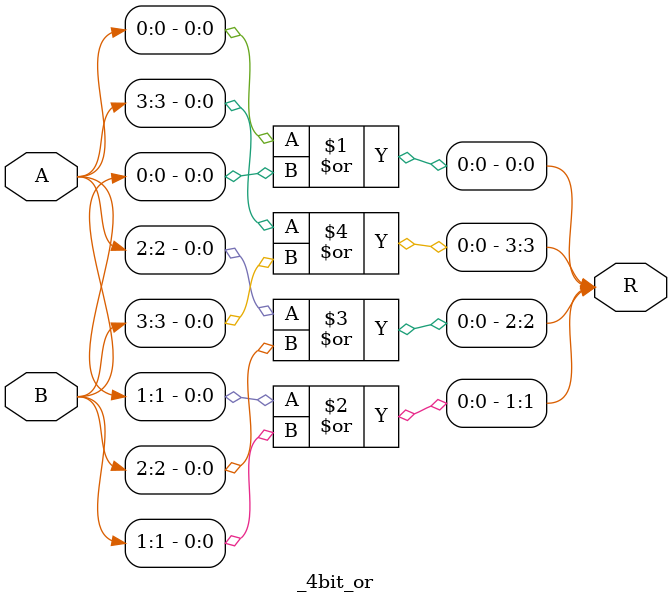
<source format=v>
module _4bit_or (R, A, B);
input [3:0] A,B;
output [3:0] R;
or or0(R[0], A[0], B[0]);
or or1(R[1], A[1], B[1]);
or or2(R[2], A[2], B[2]);
or or3(R[3], A[3], B[3]);

endmodule

</source>
